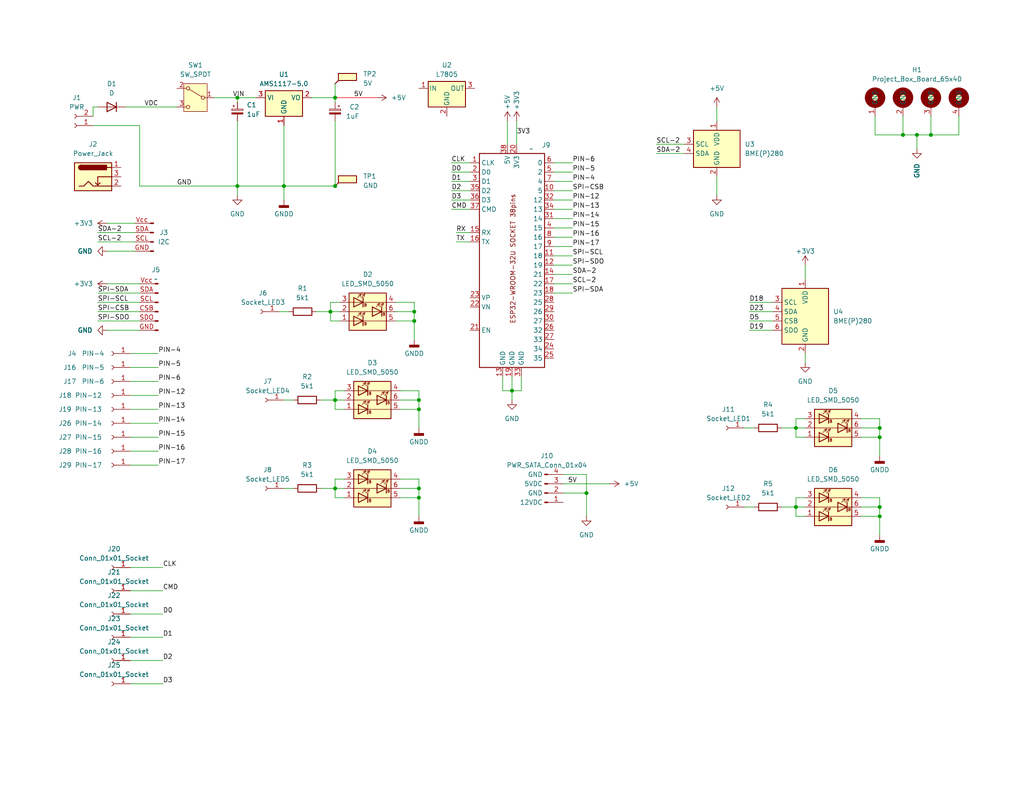
<source format=kicad_sch>
(kicad_sch (version 20231120) (generator "eeschema") (generator_version "8.0")
  (paper "USLetter")
  (title_block (title "ESP32 Sensor Node") (date "2024-07-03") (rev "v2.0") (comment 1 "ESP32-WROOM-32D Adapter"))
  (lib_symbols
    (symbol "+3V3_2" (power) (pin_numbers hide) (pin_names (offset 0) hide)
      (property "Value" "+3V3" (at 0 3.556 0))
      (symbol "+3V3_2_0_1"
        (polyline (pts (xy -0.762 1.27) (xy 0 2.54)))
        (polyline (pts (xy 0 0) (xy 0 2.54)))
        (polyline (pts (xy 0 2.54) (xy 0.762 1.27)))
      )
      (symbol "+3V3_2_1_1"
        (pin power_in line (at 0 0 90) (length 0) (name "~") (number "1"))
      )
    )
    (symbol "+5V_2" (power) (pin_numbers hide) (pin_names (offset 0) hide)
      (property "Value" "+5V" (at 0 3.556 0))
      (symbol "+5V_2_0_1"
        (polyline (pts (xy -0.762 1.27) (xy 0 2.54)))
        (polyline (pts (xy 0 0) (xy 0 2.54)))
        (polyline (pts (xy 0 2.54) (xy 0.762 1.27)))
      )
      (symbol "+5V_2_1_1"
        (pin power_in line (at 0 0 90) (length 0) (name "~") (number "1"))
      )
    )
    (symbol "Alexander Symbol Library:BME(P)280"
      (property "Reference" "U" (at -7.62 10.16 0))
      (property "Value" "BME(P)280" (at 5.08 10.16 0))
      (symbol "BME(P)280_0_1"
        (rectangle (start -7.62 7.62) (end 5.08 -2.54) (stroke (width 0.254)) (fill (type background)))
      )
      (symbol "BME(P)280_1_1"
        (pin power_in line (at -1.27 10.16 270) (length 2.54) (name "VDD") (number "1"))
        (pin power_out line (at -1.27 -5.08 90) (length 2.54) (name "GND") (number "2"))
        (pin input line (at -10.16 3.81 0) (length 2.54) (name "SCL") (number "3"))
        (pin bidirectional line (at -10.16 1.27 0) (length 2.54) (name "SDA") (number "4"))
      )
    )
    (symbol "Alexander Symbol Library:ESP32-WROOM-32U-38pins"
      (property "Reference" "J20" (at 13.6241 62.23 0))
      (property "Value" "~" (at 13.6241 59.69 0))
      (symbol "ESP32-WROOM-32U-38pins_0_1"
        (rectangle (start 0 58.42) (end 17.78 0) (stroke (width 0.254)))
      )
      (symbol "ESP32-WROOM-32U-38pins_1_1"
        (text "ESP32-WROOM-32U SOCKET 38pins" (at 9.144 29.718 900) (effects (font (size 1.27 1.27))))
        (pin input line (at -2.54 55.88 0) (length 2.54) (name "CLK") (number "1"))
        (pin bidirectional line (at 20.32 48.26 180) (length 2.54) (name "5") (number "10"))
        (pin bidirectional line (at 20.32 30.48 180) (length 2.54) (name "18") (number "11"))
        (pin bidirectional line (at 20.32 27.94 180) (length 2.54) (name "19") (number "12"))
        (pin power_out line (at 6.35 -2.54 90) (length 2.54) (name "GND") (number "13"))
        (pin bidirectional line (at 20.32 25.4 180) (length 2.54) (name "21") (number "14"))
        (pin bidirectional line (at -2.54 36.83 0) (length 2.54) (name "RX") (number "15"))
        (pin bidirectional line (at -2.54 34.29 0) (length 2.54) (name "TX") (number "16"))
        (pin bidirectional line (at 20.32 22.86 180) (length 2.54) (name "22") (number "17"))
        (pin bidirectional line (at 20.32 20.32 180) (length 2.54) (name "23") (number "18"))
        (pin power_out line (at 8.89 -2.54 90) (length 2.54) (name "GND") (number "19"))
        (pin bidirectional line (at -2.54 53.34 0) (length 2.54) (name "D0") (number "2"))
        (pin power_in line (at 10.16 60.96 270) (length 2.54) (name "3V3") (number "20"))
        (pin bidirectional line (at -2.54 10.16 0) (length 2.54) (name "EN") (number "21"))
        (pin bidirectional line (at -2.54 16.51 0) (length 2.54) (name "VN") (number "22"))
        (pin bidirectional line (at -2.54 19.05 0) (length 2.54) (name "VP") (number "23"))
        (pin bidirectional line (at 20.32 5.08 180) (length 2.54) (name "34") (number "24"))
        (pin bidirectional line (at 20.32 2.54 180) (length 2.54) (name "35") (number "25"))
        (pin bidirectional line (at 20.32 10.16 180) (length 2.54) (name "32") (number "26"))
        (pin bidirectional line (at 20.32 7.62 180) (length 2.54) (name "33") (number "27"))
        (pin bidirectional line (at 20.32 17.78 180) (length 2.54) (name "25") (number "28"))
        (pin bidirectional line (at 20.32 15.24 180) (length 2.54) (name "26") (number "29"))
        (pin bidirectional line (at -2.54 50.8 0) (length 2.54) (name "D1") (number "3"))
        (pin bidirectional line (at 20.32 12.7 180) (length 2.54) (name "27") (number "30"))
        (pin bidirectional line (at 20.32 40.64 180) (length 2.54) (name "14") (number "31"))
        (pin bidirectional line (at 20.32 45.72 180) (length 2.54) (name "12") (number "32"))
        (pin power_out line (at 11.43 -2.54 90) (length 2.54) (name "GND") (number "33"))
        (pin bidirectional line (at 20.32 43.18 180) (length 2.54) (name "13") (number "34"))
        (pin bidirectional line (at -2.54 48.26 0) (length 2.54) (name "D2") (number "35"))
        (pin bidirectional line (at -2.54 45.72 0) (length 2.54) (name "D3") (number "36"))
        (pin bidirectional line (at -2.54 43.18 0) (length 2.54) (name "CMD") (number "37"))
        (pin power_in line (at 7.62 60.96 270) (length 2.54) (name "5V") (number "38"))
        (pin bidirectional line (at 20.32 38.1 180) (length 2.54) (name "15") (number "4"))
        (pin bidirectional line (at 20.32 53.34 180) (length 2.54) (name "2") (number "5"))
        (pin bidirectional line (at 20.32 55.88 180) (length 2.54) (name "0") (number "6"))
        (pin bidirectional line (at 20.32 50.8 180) (length 2.54) (name "4") (number "7"))
        (pin bidirectional line (at 20.32 35.56 180) (length 2.54) (name "16") (number "8"))
        (pin bidirectional line (at 20.32 33.02 180) (length 2.54) (name "17") (number "9"))
      )
    )
    (symbol "Alexander Symbol Library:LED_SMD_5050" (pin_names hide)
      (property "Reference" "D" (at -5.08 6.35 0))
      (property "Value" "LED_SMD_5050" (at -5.08 -6.35 0))
      (symbol "LED_SMD_5050_0_0"
        (text "B" (at -0.635 -3.3274 0) (effects (font (size 0.762 0.762))))
      )
      (symbol "LED_SMD_5050_0_1"
        (rectangle (start -5.08 5.08) (end 5.08 -5.08) (stroke (width 0.254)) (fill (type background)))
        (polyline (pts (xy -5.08 -2.54) (xy 5.08 -2.54)))
        (polyline (pts (xy -5.08 0) (xy 5.08 0)))
        (polyline (pts (xy -5.08 2.54) (xy 5.08 2.54)))
        (polyline (pts (xy -2.794 -1.27) (xy -1.778 -0.254)))
        (polyline (pts (xy -2.794 3.81) (xy -1.778 4.826)))
        (polyline (pts (xy -1.778 -1.27) (xy -0.762 -0.254)))
        (polyline (pts (xy -1.778 3.81) (xy -0.762 4.826)))
        (polyline (pts (xy -1.27 -1.27) (xy -1.27 -3.81)) (stroke (width 0.254)))
        (polyline (pts (xy -1.27 3.81) (xy -1.27 1.27)) (stroke (width 0.254)))
        (polyline (pts (xy 2.286 1.27) (xy 3.302 2.286)))
        (polyline (pts (xy 3.302 1.27) (xy 4.318 2.286)))
        (polyline (pts (xy 3.81 1.27) (xy 3.81 -1.27)) (stroke (width 0.254)))
        (polyline (pts (xy -2.54 4.572) (xy -1.778 4.826) (xy -2.032 4.064)))
        (polyline (pts (xy -2.032 -1.016) (xy -1.778 -0.254) (xy -2.54 -0.508)))
        (polyline (pts (xy -1.524 -0.508) (xy -0.762 -0.254) (xy -1.016 -1.016)))
        (polyline (pts (xy -1.524 4.572) (xy -0.762 4.826) (xy -1.016 4.064)))
        (polyline (pts (xy 3.048 1.524) (xy 3.302 2.286) (xy 2.54 2.032)))
        (polyline (pts (xy 3.556 2.032) (xy 4.318 2.286) (xy 4.064 1.524)))
        (polyline (pts (xy -3.81 -1.27) (xy -3.81 -3.81) (xy -1.27 -2.54) (xy -3.81 -1.27)) (stroke (width 0.254)))
        (polyline (pts (xy -3.81 3.81) (xy -3.81 1.27) (xy -1.27 2.54) (xy -3.81 3.81)) (stroke (width 0.254)))
        (polyline (pts (xy 1.27 1.27) (xy 1.27 -1.27) (xy 3.81 0) (xy 1.27 1.27)) (stroke (width 0.254)))
      )
      (symbol "LED_SMD_5050_1_0"
        (text "B" (at -0.635 1.8034 0) (effects (font (size 0.762 0.762))))
        (text "B" (at 4.4196 -0.7112 0) (effects (font (size 0.762 0.762))))
      )
      (symbol "LED_SMD_5050_1_1"
        (pin passive line (at -7.62 -2.54 0) (length 2.54) (name "AB") (number "1"))
        (pin passive line (at -7.62 0 0) (length 2.54) (name "KB") (number "2"))
        (pin passive line (at -7.62 2.54 0) (length 2.54) (name "AR") (number "3"))
        (pin passive line (at 7.62 2.54 180) (length 2.54) (name "KR") (number "4"))
        (pin passive line (at 7.62 -2.54 180) (length 2.54) (name "AG") (number "5"))
        (pin passive line (at 7.62 0 180) (length 2.54) (name "KR") (number "6"))
      )
    )
    (symbol "Alexander_Library_Symbols:BME(P)280"
      (property "Reference" "U" (at -7.62 10.16 0))
      (property "Value" "BME(P)280" (at 5.08 10.16 0))
      (symbol "BME(P)280_0_1"
        (rectangle (start -7.62 7.62) (end 5.08 -7.62) (stroke (width 0.254)) (fill (type background)))
      )
      (symbol "BME(P)280_1_1"
        (pin power_in line (at -1.27 10.16 270) (length 2.54) (name "VDD") (number "1"))
        (pin power_out line (at -1.27 -10.16 90) (length 2.54) (name "GND") (number "2"))
        (pin input line (at -10.16 3.81 0) (length 2.54) (name "SCL") (number "3"))
        (pin bidirectional line (at -10.16 1.27 0) (length 2.54) (name "SDA") (number "4"))
        (pin input line (at -10.16 -1.27 0) (length 2.54) (name "CSB") (number "5"))
        (pin input line (at -10.16 -3.81 0) (length 2.54) (name "SDO") (number "6"))
      )
    )
    (symbol "Alexander_Library_Symbols:Conn_I2C_01x04" (pin_names (offset 1.016) hide)
      (property "Reference" "J" (at 0 5.08 0))
      (property "Value" "I2C" (at 0 -7.62 0))
      (symbol "Conn_I2C_01x04_1_1"
        (polyline (pts (xy 1.27 -5.08) (xy 0.8636 -5.08)) (stroke (width 0.1524)))
        (polyline (pts (xy 1.27 -2.54) (xy 0.8636 -2.54)) (stroke (width 0.1524)))
        (polyline (pts (xy 1.27 0) (xy 0.8636 0)) (stroke (width 0.1524)))
        (polyline (pts (xy 1.27 2.54) (xy 0.8636 2.54)) (stroke (width 0.1524)))
        (rectangle (start 0.8636 -4.953) (end 0 -5.207) (stroke (width 0.1524)) (fill (type outline)))
        (rectangle (start 0.8636 -2.413) (end 0 -2.667) (stroke (width 0.1524)) (fill (type outline)))
        (rectangle (start 0.8636 0.127) (end 0 -0.127) (stroke (width 0.1524)) (fill (type outline)))
        (rectangle (start 0.8636 2.667) (end 0 2.413) (stroke (width 0.1524)) (fill (type outline)))
        (pin power_out line (at 5.08 -5.08 180) (length 3.81) (name "GND") (number "GND"))
        (pin bidirectional line (at 5.08 -2.54 180) (length 3.81) (name "SCL") (number "SCL"))
        (pin bidirectional line (at 5.08 0 180) (length 3.81) (name "SDA") (number "SDA"))
        (pin power_in line (at 5.08 2.54 180) (length 3.81) (name "VCC") (number "Vcc"))
      )
    )
    (symbol "Alexander_Library_Symbols:PWR_SATA_Conn_01x04" (pin_names (offset 1.778)) (exclude_from_sim yes)
      (property "Reference" "J" (at 0 -7.62 0))
      (property "Value" "PWR_SATA_Conn_01x04" (at 0 5.08 0))
      (symbol "PWR_SATA_Conn_01x04_1_1"
        (rectangle (start 0 -4.953) (end 0.8636 -5.207) (stroke (width 0.1524)) (fill (type outline)))
        (rectangle (start 0 -2.413) (end 0.8636 -2.667) (stroke (width 0.1524)) (fill (type outline)))
        (polyline (pts (xy 1.27 -5.08) (xy 0.8636 -5.08)) (stroke (width 0.1524)))
        (polyline (pts (xy 1.27 -2.54) (xy 0.8636 -2.54)) (stroke (width 0.1524)))
        (polyline (pts (xy 1.27 0) (xy 0.8636 0)) (stroke (width 0.1524)))
        (polyline (pts (xy 1.27 2.54) (xy 0.8636 2.54)) (stroke (width 0.1524)))
        (rectangle (start 0 0.127) (end 0.8636 -0.127) (stroke (width 0.1524)) (fill (type outline)))
        (rectangle (start 0 2.667) (end 0.8636 2.413) (stroke (width 0.1524)) (fill (type outline)))
        (pin passive line (at 5.08 -5.08 180) (length 3.81) (name "12VDC") (number "1"))
        (pin passive line (at 5.08 -2.54 180) (length 3.81) (name "GND") (number "2"))
        (pin passive line (at 5.08 0 180) (length 3.81) (name "5VDC") (number "3"))
        (pin passive line (at 5.08 2.54 180) (length 3.81) (name "GND") (number "4"))
      )
    )
    (symbol "Alexander_Library_Symbols:Project_Box_Board_65x40"
      (property "Reference" "H" (at 0 7.62 0))
      (property "Value" "Project_Box_Board_65x40" (at 0 5.08 0))
      (symbol "Project_Box_Board_65x40_0_1"
        (circle (center -11.43 -1.27) (radius 1.27) (fill (type background)))
        (circle (center -11.43 -1.27) (radius 1.7961) (stroke (width 2)))
        (circle (center -3.81 -1.27) (radius 1.27) (fill (type background)))
        (circle (center -3.81 -1.27) (radius 1.7961) (stroke (width 2)))
        (circle (center 3.81 -1.27) (radius 1.27) (fill (type background)))
        (circle (center 3.81 -1.27) (radius 1.7961) (stroke (width 2)))
        (circle (center 11.43 -1.27) (radius 1.27) (fill (type background)))
        (circle (center 11.43 -1.27) (radius 1.7961) (stroke (width 2)))
      )
      (symbol "Project_Box_Board_65x40_1_1"
        (pin passive line (at -11.43 -6.35 90) (length 2.54) (name "GND") (number "1"))
        (pin passive line (at -3.81 -6.35 90) (length 2.54) (name "GND") (number "2"))
        (pin passive line (at 3.81 -6.35 90) (length 2.54) (name "GND") (number "3"))
        (pin passive line (at 11.43 -6.35 90) (length 2.54) (name "GND") (number "4"))
      )
    )
    (symbol "Alexander_Library_Symbols:SW_SPDT" (pin_names (offset 0) hide)
      (property "Reference" "SW" (at 0 5.08 0))
      (property "Value" "SW_SPDT" (at 0 -5.08 0))
      (symbol "SW_SPDT_0_1"
        (circle (center -2.032 0) (radius 0.4572))
        (polyline (pts (xy -1.651 0.254) (xy 1.651 2.286)))
        (circle (center 2.032 -2.54) (radius 0.4572))
        (circle (center 2.032 2.54) (radius 0.4572))
      )
      (symbol "SW_SPDT_1_1"
        (rectangle (start -3.175 3.81) (end 3.175 -3.81) (fill (type background)))
        (pin passive line (at -5.08 0 0) (length 2.54) (name "COM") (number "1"))
        (pin passive line (at 5.08 2.54 180) (length 2.54) (name "A") (number "2"))
        (pin passive line (at 5.08 -2.54 180) (length 2.54) (name "B") (number "3"))
      )
    )
    (symbol "Conn_SPI_1" (pin_names hide)
      (property "Reference" "J" (at 0 0 0))
      (symbol "Conn_SPI_1_1_1"
        (polyline (pts (xy 1.27 5.08) (xy 0.8636 5.08)) (stroke (width 0.1524)))
        (polyline (pts (xy 1.27 7.62) (xy 0.8636 7.62)) (stroke (width 0.1524)))
        (polyline (pts (xy 1.27 10.16) (xy 0.8636 10.16)) (stroke (width 0.1524)))
        (polyline (pts (xy 1.27 12.7) (xy 0.8636 12.7)) (stroke (width 0.1524)))
        (polyline (pts (xy 1.27 15.24) (xy 0.8636 15.24)) (stroke (width 0.1524)))
        (polyline (pts (xy 1.27 17.78) (xy 0.8636 17.78)) (stroke (width 0.1524)))
        (rectangle (start 0 10.287) (end 0.8636 10.033) (stroke (width 0.1524)) (fill (type outline)))
        (rectangle (start 0 12.827) (end 0.8636 12.573) (stroke (width 0.1524)) (fill (type outline)))
        (rectangle (start 0.8636 5.207) (end 0 4.953) (stroke (width 0.1524)) (fill (type outline)))
        (rectangle (start 0.8636 7.747) (end 0 7.493) (stroke (width 0.1524)) (fill (type outline)))
        (rectangle (start 0.8636 15.367) (end 0 15.113) (stroke (width 0.1524)) (fill (type outline)))
        (rectangle (start 0.8636 17.907) (end 0 17.653) (stroke (width 0.1524)) (fill (type outline)))
        (pin bidirectional line (at 5.08 10.16 180) (length 3.81) (name "CSB") (number "CSB"))
        (pin power_out line (at 5.08 5.08 180) (length 3.81) (name "GND") (number "GND"))
        (pin bidirectional line (at 5.08 12.7 180) (length 3.81) (name "SCL") (number "SCL"))
        (pin bidirectional line (at 5.08 15.24 180) (length 3.81) (name "SDA") (number "SDA"))
        (pin bidirectional line (at 5.08 7.62 180) (length 3.81) (name "SDO") (number "SDO"))
        (pin power_in line (at 5.08 17.78 180) (length 3.81) (name "VCC") (number "Vcc"))
      )
    )
    (symbol "Connector:Barrel_Jack_Switch" (pin_names hide)
      (property "Reference" "J" (at 0 5.334 0))
      (property "Value" "Barrel_Jack_Switch" (at 0 -5.08 0))
      (symbol "Barrel_Jack_Switch_0_1"
        (rectangle (start -5.08 3.81) (end 5.08 -3.81) (stroke (width 0.254)) (fill (type background)))
        (arc (start -3.302 3.175) (mid -3.9343 2.54) (end -3.302 1.905) (stroke (width 0.254)))
        (arc (start -3.302 3.175) (mid -3.9343 2.54) (end -3.302 1.905) (stroke (width 0.254)) (fill (type outline)))
        (polyline (pts (xy 1.27 -2.286) (xy 1.905 -1.651)) (stroke (width 0.254)))
        (polyline (pts (xy 5.08 2.54) (xy 3.81 2.54)) (stroke (width 0.254)))
        (polyline (pts (xy 5.08 0) (xy 1.27 0) (xy 1.27 -2.286) (xy 0.635 -1.651)) (stroke (width 0.254)))
        (polyline (pts (xy -3.81 -2.54) (xy -2.54 -2.54) (xy -1.27 -1.27) (xy 0 -2.54) (xy 2.54 -2.54) (xy 5.08 -2.54)) (stroke (width 0.254)))
        (rectangle (start 3.683 3.175) (end -3.302 1.905) (stroke (width 0.254)) (fill (type outline)))
      )
      (symbol "Barrel_Jack_Switch_1_1"
        (pin passive line (at 7.62 2.54 180) (length 2.54) (name "~") (number "1"))
        (pin passive line (at 7.62 -2.54 180) (length 2.54) (name "~") (number "2"))
        (pin passive line (at 7.62 0 180) (length 2.54) (name "~") (number "3"))
      )
    )
    (symbol "Connector:Conn_01x01_Socket" (pin_names (offset 1.016) hide)
      (property "Reference" "J" (at 0 2.54 0))
      (property "Value" "Conn_01x01_Socket" (at 0 -2.54 0))
      (symbol "Conn_01x01_Socket_1_1"
        (polyline (pts (xy -1.27 0) (xy -0.508 0)) (stroke (width 0.1524)))
        (arc (start 0 0.508) (mid -0.5058 0) (end 0 -0.508) (stroke (width 0.1524)))
        (pin passive line (at -5.08 0 0) (length 3.81) (name "Pin_1") (number "1"))
      )
    )
    (symbol "Connector:Conn_01x02_Socket" (pin_names (offset 1.016) hide)
      (property "Reference" "J" (at 0 2.54 0))
      (property "Value" "Conn_01x02_Socket" (at 0 -5.08 0))
      (symbol "Conn_01x02_Socket_1_1"
        (arc (start 0 -2.032) (mid -0.5058 -2.54) (end 0 -3.048) (stroke (width 0.1524)))
        (polyline (pts (xy -1.27 -2.54) (xy -0.508 -2.54)) (stroke (width 0.1524)))
        (polyline (pts (xy -1.27 0) (xy -0.508 0)) (stroke (width 0.1524)))
        (arc (start 0 0.508) (mid -0.5058 0) (end 0 -0.508) (stroke (width 0.1524)))
        (pin passive line (at -5.08 0 0) (length 3.81) (name "Pin_1") (number "1"))
        (pin passive line (at -5.08 -2.54 0) (length 3.81) (name "Pin_2") (number "2"))
      )
    )
    (symbol "Connector:TestPoint_Flag" (pin_numbers hide) (pin_names (offset 0.762) hide)
      (property "Reference" "TP" (at 3.429 1.778 0))
      (property "Value" "TestPoint_Flag" (at 3.302 4.191 0))
      (symbol "TestPoint_Flag_0_1"
        (polyline (pts (xy 0 0) (xy 0.889 0.889)) (stroke (width 0.254)))
        (rectangle (start 0.889 2.794) (end 5.842 0.889) (stroke (width 0.254)) (fill (type background)))
      )
      (symbol "TestPoint_Flag_1_1"
        (pin passive line (at 0 0 90) (length 0) (name "1") (number "1"))
      )
    )
    (symbol "Device:C_Polarized_Small" (pin_numbers hide) (pin_names (offset 0.254) hide)
      (property "Reference" "C" (at 0.254 1.778 0))
      (property "Value" "C_Polarized_Small" (at 0.254 -2.032 0))
      (symbol "C_Polarized_Small_0_1"
        (rectangle (start -1.524 -0.3048) (end 1.524 -0.6858) (fill (type outline)))
        (rectangle (start -1.524 0.6858) (end 1.524 0.3048))
        (polyline (pts (xy -1.27 1.524) (xy -0.762 1.524)))
        (polyline (pts (xy -1.016 1.27) (xy -1.016 1.778)))
      )
      (symbol "C_Polarized_Small_1_1"
        (pin passive line (at 0 2.54 270) (length 1.8542) (name "~") (number "1"))
        (pin passive line (at 0 -2.54 90) (length 1.8542) (name "~") (number "2"))
      )
    )
    (symbol "Device:D" (pin_numbers hide) (pin_names (offset 1.016) hide)
      (property "Reference" "D" (at 0 2.54 0))
      (property "Value" "D" (at 0 -2.54 0))
      (symbol "D_0_1"
        (polyline (pts (xy -1.27 1.27) (xy -1.27 -1.27)) (stroke (width 0.254)))
        (polyline (pts (xy 1.27 0) (xy -1.27 0)))
        (polyline (pts (xy 1.27 1.27) (xy 1.27 -1.27) (xy -1.27 0) (xy 1.27 1.27)) (stroke (width 0.254)))
      )
      (symbol "D_1_1"
        (pin passive line (at -3.81 0 0) (length 2.54) (name "K") (number "1"))
        (pin passive line (at 3.81 0 180) (length 2.54) (name "A") (number "2"))
      )
    )
    (symbol "Device:R" (pin_numbers hide) (pin_names (offset 0))
      (property "Reference" "R" (at 2.032 0 90))
      (property "Value" "R" (at 0 0 90))
      (symbol "R_0_1"
        (rectangle (start -1.016 -2.54) (end 1.016 2.54) (stroke (width 0.254)))
      )
      (symbol "R_1_1"
        (pin passive line (at 0 3.81 270) (length 1.27) (name "~") (number "1"))
        (pin passive line (at 0 -3.81 90) (length 1.27) (name "~") (number "2"))
      )
    )
    (symbol "GND_7" (power) (pin_numbers hide) (pin_names (offset 0) hide)
      (property "Value" "GND" (at 0 -3.81 0))
      (symbol "GND_7_0_1"
        (polyline (pts (xy 0 0) (xy 0 -1.27) (xy 1.27 -1.27) (xy 0 -2.54) (xy -1.27 -1.27) (xy 0 -1.27)))
      )
      (symbol "GND_7_1_1"
        (pin power_in line (at 0 0 270) (length 0) (name "~") (number "1"))
      )
    )
    (symbol "Regulator_Linear:AMS1117-5.0"
      (property "Reference" "U" (at -3.81 3.175 0))
      (property "Value" "AMS1117-5.0" (at 0 3.175 0))
      (symbol "AMS1117-5.0_0_1"
        (rectangle (start -5.08 -5.08) (end 5.08 1.905) (stroke (width 0.254)) (fill (type background)))
      )
      (symbol "AMS1117-5.0_1_1"
        (pin power_in line (at 0 -7.62 90) (length 2.54) (name "GND") (number "1"))
        (pin power_out line (at 7.62 0 180) (length 2.54) (name "VO") (number "2"))
        (pin power_in line (at -7.62 0 0) (length 2.54) (name "VI") (number "3"))
      )
    )
    (symbol "Regulator_Linear:L7805" (pin_names (offset 0.254))
      (property "Reference" "U4" (at 0 6.35 0))
      (property "Value" "L7805" (at 0 3.81 0))
      (symbol "L7805_0_1"
        (rectangle (start -5.08 1.905) (end 5.08 -5.08) (stroke (width 0.254)) (fill (type background)))
      )
      (symbol "L7805_1_1"
        (pin power_in line (at -7.62 0 0) (length 2.54) (name "IN") (number "1"))
        (pin power_in line (at 0 -7.62 90) (length 2.54) (name "GND") (number "2"))
        (pin power_out line (at 7.62 0 180) (length 2.54) (name "OUT") (number "3"))
      )
    )
    (symbol "power:+3V3" (power) (pin_names (offset 0))
      (property "Value" "+3V3" (at 0 3.556 0))
      (symbol "+3V3_0_1"
        (polyline (pts (xy -0.762 1.27) (xy 0 2.54)))
        (polyline (pts (xy 0 0) (xy 0 2.54)))
        (polyline (pts (xy 0 2.54) (xy 0.762 1.27)))
      )
      (symbol "+3V3_1_1"
        (pin power_in line (at 0 0 90) (length 0) hide (name "+3V3") (number "1"))
      )
    )
    (symbol "power:GND" (power) (pin_names (offset 0))
      (property "Value" "GND" (at 0 -3.81 0))
      (symbol "GND_0_1"
        (polyline (pts (xy 0 0) (xy 0 -1.27) (xy 1.27 -1.27) (xy 0 -2.54) (xy -1.27 -1.27) (xy 0 -1.27)))
      )
      (symbol "GND_1_1"
        (pin power_in line (at 0 0 270) (length 0) hide (name "GND") (number "1"))
      )
    )
    (symbol "power:GNDD" (power) (pin_numbers hide) (pin_names (offset 0) hide)
      (property "Value" "GNDD" (at 0 -3.175 0))
      (symbol "GNDD_0_1"
        (rectangle (start -1.27 -1.524) (end 1.27 -2.032) (stroke (width 0.254)) (fill (type outline)))
        (polyline (pts (xy 0 0) (xy 0 -1.524)))
      )
      (symbol "GNDD_1_1"
        (pin power_in line (at 0 0 270) (length 0) (name "~") (number "1"))
      )
    )
  )
  (junction (at 114.3 133.35))
  (junction (at 91.44 133.35))
  (junction (at 240.03 140.97))
  (junction (at 90.17 85.09))
  (junction (at 246.38 36.83))
  (junction (at 240.03 116.84))
  (junction (at 113.03 87.63))
  (junction (at 114.3 135.89))
  (junction (at 77.47 50.8))
  (junction (at 139.7 106.68))
  (junction (at 240.03 138.43))
  (junction (at 91.44 50.8))
  (junction (at 91.44 26.67))
  (junction (at 240.03 119.38))
  (junction (at 114.3 111.76))
  (junction (at 114.3 109.22))
  (junction (at 64.77 50.8))
  (junction (at 160.02 134.62))
  (junction (at 113.03 85.09))
  (junction (at 254 36.83))
  (junction (at 217.17 116.84))
  (junction (at 250.19 36.83))
  (junction (at 91.44 109.22))
  (junction (at 64.77 26.67))
  (junction (at 217.17 138.43))
  (wire (pts (xy 234.95 119.38) (xy 240.03 119.38)))
  (wire (pts (xy 217.17 138.43) (xy 219.71 138.43)))
  (wire (pts (xy 151.13 52.07) (xy 156.21 52.07)))
  (wire (pts (xy 77.47 50.8) (xy 77.47 34.29)))
  (wire (pts (xy 26.67 63.5) (xy 36.83 63.5)))
  (wire (pts (xy 114.3 130.81) (xy 114.3 133.35)))
  (wire (pts (xy 137.16 102.87) (xy 137.16 106.68)))
  (wire (pts (xy 240.03 114.3) (xy 240.03 116.84)))
  (wire (pts (xy 86.36 85.09) (xy 90.17 85.09)))
  (wire (pts (xy 90.17 82.55) (xy 92.71 82.55)))
  (wire (pts (xy 35.56 127) (xy 43.18 127)))
  (wire (pts (xy 217.17 116.84) (xy 217.17 114.3)))
  (wire (pts (xy 151.13 46.99) (xy 156.21 46.99)))
  (wire (pts (xy 219.71 119.38) (xy 217.17 119.38)))
  (wire (pts (xy 204.47 82.55) (xy 210.82 82.55)))
  (wire (pts (xy 238.76 31.75) (xy 238.76 36.83)))
  (wire (pts (xy 234.95 135.89) (xy 240.03 135.89)))
  (wire (pts (xy 160.02 134.62) (xy 160.02 140.97)))
  (wire (pts (xy 217.17 138.43) (xy 217.17 135.89)))
  (wire (pts (xy 153.67 129.54) (xy 160.02 129.54)))
  (wire (pts (xy 35.56 100.33) (xy 43.18 100.33)))
  (wire (pts (xy 35.56 186.69) (xy 44.45 186.69)))
  (wire (pts (xy 240.03 116.84) (xy 240.03 119.38)))
  (wire (pts (xy 35.56 180.34) (xy 44.45 180.34)))
  (wire (pts (xy 92.71 87.63) (xy 90.17 87.63)))
  (wire (pts (xy 91.44 109.22) (xy 93.98 109.22)))
  (wire (pts (xy 29.21 68.58) (xy 36.83 68.58)))
  (wire (pts (xy 29.21 90.17) (xy 38.1 90.17)))
  (wire (pts (xy 139.7 102.87) (xy 139.7 106.68)))
  (wire (pts (xy 151.13 44.45) (xy 156.21 44.45)))
  (wire (pts (xy 90.17 85.09) (xy 90.17 82.55)))
  (wire (pts (xy 123.19 49.53) (xy 128.27 49.53)))
  (wire (pts (xy 35.56 107.95) (xy 43.18 107.95)))
  (wire (pts (xy 151.13 54.61) (xy 156.21 54.61)))
  (wire (pts (xy 151.13 77.47) (xy 156.21 77.47)))
  (wire (pts (xy 107.95 85.09) (xy 113.03 85.09)))
  (wire (pts (xy 195.58 29.21) (xy 195.58 33.02)))
  (wire (pts (xy 137.16 106.68) (xy 139.7 106.68)))
  (wire (pts (xy 250.19 40.64) (xy 250.19 36.83)))
  (wire (pts (xy 114.3 133.35) (xy 114.3 135.89)))
  (wire (pts (xy 151.13 62.23) (xy 156.21 62.23)))
  (wire (pts (xy 26.67 80.01) (xy 38.1 80.01)))
  (wire (pts (xy 204.47 87.63) (xy 210.82 87.63)))
  (wire (pts (xy 151.13 59.69) (xy 156.21 59.69)))
  (wire (pts (xy 91.44 26.67) (xy 91.44 27.94)))
  (wire (pts (xy 90.17 85.09) (xy 92.71 85.09)))
  (wire (pts (xy 240.03 135.89) (xy 240.03 138.43)))
  (wire (pts (xy 203.2 138.43) (xy 205.74 138.43)))
  (wire (pts (xy 64.77 26.67) (xy 69.85 26.67)))
  (wire (pts (xy 151.13 80.01) (xy 156.21 80.01)))
  (wire (pts (xy 35.56 167.64) (xy 44.45 167.64)))
  (wire (pts (xy 234.95 138.43) (xy 240.03 138.43)))
  (wire (pts (xy 123.19 44.45) (xy 128.27 44.45)))
  (wire (pts (xy 114.3 109.22) (xy 114.3 111.76)))
  (wire (pts (xy 107.95 87.63) (xy 113.03 87.63)))
  (wire (pts (xy 25.4 34.29) (xy 38.1 34.29)))
  (wire (pts (xy 151.13 49.53) (xy 156.21 49.53)))
  (wire (pts (xy 109.22 130.81) (xy 114.3 130.81)))
  (wire (pts (xy 151.13 72.39) (xy 156.21 72.39)))
  (wire (pts (xy 124.46 63.5) (xy 128.27 63.5)))
  (wire (pts (xy 113.03 87.63) (xy 113.03 92.71)))
  (wire (pts (xy 93.98 111.76) (xy 91.44 111.76)))
  (wire (pts (xy 179.07 39.37) (xy 186.69 39.37)))
  (wire (pts (xy 109.22 133.35) (xy 114.3 133.35)))
  (wire (pts (xy 29.21 60.96) (xy 36.83 60.96)))
  (wire (pts (xy 139.7 106.68) (xy 139.7 109.22)))
  (wire (pts (xy 261.62 31.75) (xy 261.62 36.83)))
  (wire (pts (xy 85.09 26.67) (xy 91.44 26.67)))
  (wire (pts (xy 107.95 82.55) (xy 113.03 82.55)))
  (wire (pts (xy 26.67 82.55) (xy 38.1 82.55)))
  (wire (pts (xy 217.17 135.89) (xy 219.71 135.89)))
  (wire (pts (xy 246.38 36.83) (xy 250.19 36.83)))
  (wire (pts (xy 238.76 36.83) (xy 246.38 36.83)))
  (wire (pts (xy 91.44 135.89) (xy 91.44 133.35)))
  (wire (pts (xy 64.77 50.8) (xy 77.47 50.8)))
  (wire (pts (xy 123.19 46.99) (xy 128.27 46.99)))
  (wire (pts (xy 25.4 31.75) (xy 25.4 29.21)))
  (wire (pts (xy 254 31.75) (xy 254 36.83)))
  (wire (pts (xy 151.13 69.85) (xy 156.21 69.85)))
  (wire (pts (xy 113.03 85.09) (xy 113.03 87.63)))
  (wire (pts (xy 91.44 26.67) (xy 102.87 26.67)) (stroke (width 0) (color 255 0 0 1)))
  (wire (pts (xy 217.17 114.3) (xy 219.71 114.3)))
  (wire (pts (xy 35.56 123.19) (xy 43.18 123.19)))
  (wire (pts (xy 217.17 140.97) (xy 217.17 138.43)))
  (wire (pts (xy 204.47 90.17) (xy 210.82 90.17)))
  (wire (pts (xy 240.03 140.97) (xy 240.03 146.05)))
  (wire (pts (xy 234.95 114.3) (xy 240.03 114.3)))
  (wire (pts (xy 219.71 140.97) (xy 217.17 140.97)))
  (wire (pts (xy 26.67 87.63) (xy 38.1 87.63)))
  (wire (pts (xy 34.29 29.21) (xy 48.26 29.21)))
  (wire (pts (xy 195.58 48.26) (xy 195.58 53.34)))
  (wire (pts (xy 76.2 85.09) (xy 78.74 85.09)))
  (wire (pts (xy 151.13 57.15) (xy 156.21 57.15)))
  (wire (pts (xy 58.42 26.67) (xy 64.77 26.67)))
  (wire (pts (xy 91.44 133.35) (xy 91.44 130.81)))
  (wire (pts (xy 240.03 119.38) (xy 240.03 124.46)))
  (wire (pts (xy 35.56 154.94) (xy 44.45 154.94)))
  (wire (pts (xy 142.24 106.68) (xy 139.7 106.68)))
  (wire (pts (xy 151.13 64.77) (xy 156.21 64.77)))
  (wire (pts (xy 109.22 135.89) (xy 114.3 135.89)))
  (wire (pts (xy 91.44 109.22) (xy 91.44 106.68)))
  (wire (pts (xy 153.67 134.62) (xy 160.02 134.62)))
  (wire (pts (xy 91.44 33.02) (xy 91.44 50.8)))
  (wire (pts (xy 91.44 22.86) (xy 91.44 26.67)))
  (wire (pts (xy 204.47 85.09) (xy 210.82 85.09)))
  (wire (pts (xy 160.02 129.54) (xy 160.02 134.62)))
  (wire (pts (xy 246.38 31.75) (xy 246.38 36.83)))
  (wire (pts (xy 213.36 116.84) (xy 217.17 116.84)))
  (wire (pts (xy 35.56 119.38) (xy 43.18 119.38)))
  (wire (pts (xy 261.62 36.83) (xy 254 36.83)))
  (wire (pts (xy 64.77 27.94) (xy 64.77 26.67)))
  (wire (pts (xy 217.17 119.38) (xy 217.17 116.84)))
  (wire (pts (xy 109.22 106.68) (xy 114.3 106.68)))
  (wire (pts (xy 64.77 53.34) (xy 64.77 50.8)))
  (wire (pts (xy 87.63 109.22) (xy 91.44 109.22)))
  (wire (pts (xy 77.47 50.8) (xy 77.47 54.61)))
  (wire (pts (xy 153.67 132.08) (xy 166.37 132.08)))
  (wire (pts (xy 124.46 66.04) (xy 128.27 66.04)))
  (wire (pts (xy 203.2 116.84) (xy 205.74 116.84)))
  (wire (pts (xy 77.47 109.22) (xy 80.01 109.22)))
  (wire (pts (xy 138.43 33.02) (xy 138.43 39.37)))
  (wire (pts (xy 77.47 133.35) (xy 80.01 133.35)))
  (wire (pts (xy 240.03 138.43) (xy 240.03 140.97)))
  (wire (pts (xy 87.63 133.35) (xy 91.44 133.35)))
  (wire (pts (xy 25.4 29.21) (xy 26.67 29.21)))
  (wire (pts (xy 91.44 111.76) (xy 91.44 109.22)))
  (wire (pts (xy 219.71 96.52) (xy 219.71 99.06)))
  (wire (pts (xy 91.44 50.8) (xy 77.47 50.8)))
  (wire (pts (xy 234.95 116.84) (xy 240.03 116.84)))
  (wire (pts (xy 38.1 34.29) (xy 38.1 50.8)))
  (wire (pts (xy 123.19 52.07) (xy 128.27 52.07)))
  (wire (pts (xy 151.13 74.93) (xy 156.21 74.93)))
  (wire (pts (xy 90.17 87.63) (xy 90.17 85.09)))
  (wire (pts (xy 91.44 133.35) (xy 93.98 133.35)))
  (wire (pts (xy 35.56 161.29) (xy 44.45 161.29)))
  (wire (pts (xy 93.98 135.89) (xy 91.44 135.89)))
  (wire (pts (xy 123.19 54.61) (xy 128.27 54.61)))
  (wire (pts (xy 151.13 67.31) (xy 156.21 67.31)))
  (wire (pts (xy 114.3 106.68) (xy 114.3 109.22)))
  (wire (pts (xy 219.71 72.39) (xy 219.71 76.2)))
  (wire (pts (xy 213.36 138.43) (xy 217.17 138.43)))
  (wire (pts (xy 35.56 173.99) (xy 44.45 173.99)))
  (wire (pts (xy 114.3 135.89) (xy 114.3 140.97)))
  (wire (pts (xy 113.03 82.55) (xy 113.03 85.09)))
  (wire (pts (xy 114.3 111.76) (xy 114.3 116.84)))
  (wire (pts (xy 109.22 111.76) (xy 114.3 111.76)))
  (wire (pts (xy 234.95 140.97) (xy 240.03 140.97)))
  (wire (pts (xy 142.24 102.87) (xy 142.24 106.68)))
  (wire (pts (xy 26.67 66.04) (xy 36.83 66.04)))
  (wire (pts (xy 35.56 96.52) (xy 43.18 96.52)))
  (wire (pts (xy 179.07 41.91) (xy 186.69 41.91)))
  (wire (pts (xy 35.56 111.76) (xy 43.18 111.76)))
  (wire (pts (xy 91.44 106.68) (xy 93.98 106.68)))
  (wire (pts (xy 29.21 77.47) (xy 38.1 77.47)))
  (wire (pts (xy 217.17 116.84) (xy 219.71 116.84)))
  (wire (pts (xy 91.44 130.81) (xy 93.98 130.81)))
  (wire (pts (xy 38.1 50.8) (xy 64.77 50.8)))
  (wire (pts (xy 140.97 33.02) (xy 140.97 39.37)))
  (wire (pts (xy 109.22 109.22) (xy 114.3 109.22)))
  (wire (pts (xy 35.56 115.57) (xy 43.18 115.57)))
  (wire (pts (xy 123.19 57.15) (xy 128.27 57.15)))
  (wire (pts (xy 254 36.83) (xy 250.19 36.83)))
  (wire (pts (xy 26.67 85.09) (xy 38.1 85.09)))
  (wire (pts (xy 64.77 33.02) (xy 64.77 50.8)))
  (wire (pts (xy 35.56 104.14) (xy 43.18 104.14)))
  (label "PIN-17" (at 43.18 127 0))
  (label "D1" (at 44.45 173.99 0))
  (label "PIN-15" (at 43.18 119.38 0))
  (label "D18" (at 204.47 82.55 0))
  (label "D23" (at 204.47 85.09 0))
  (label "RX" (at 124.46 63.5 0))
  (label "SDA-2" (at 26.67 63.5 0))
  (label "CLK" (at 123.19 44.45 0))
  (label "PIN-5" (at 156.21 46.99 0))
  (label "SDA-2" (at 179.07 41.91 0))
  (label "VDC" (at 39.37 29.21 0))
  (label "D5" (at 204.47 87.63 0))
  (label "PIN-13" (at 156.21 57.15 0))
  (label "D1" (at 123.19 49.53 0))
  (label "SPI-CSB" (at 156.21 52.07 0))
  (label "3V3" (at 140.97 36.83 0))
  (label "SCL-2" (at 26.67 66.04 0))
  (label "SCL-2" (at 156.21 77.47 0))
  (label "SPI-SDO" (at 26.67 87.63 0))
  (label "PIN-16" (at 156.21 64.77 0))
  (label "PIN-4" (at 43.18 96.52 0))
  (label "SDA-2" (at 156.21 74.93 0))
  (label "SPI-SDA" (at 26.67 80.01 0))
  (label "PIN-16" (at 43.18 123.19 0))
  (label "PIN-6" (at 43.18 104.14 0))
  (label "GND" (at 48.26 50.8 0))
  (label "SPI-SDO" (at 156.21 72.39 0))
  (label "5V" (at 154.94 132.08 0))
  (label "PIN-4" (at 156.21 49.53 0))
  (label "SPI-SCL" (at 26.67 82.55 0))
  (label "5V" (at 96.52 26.67 0))
  (label "VIN" (at 63.5 26.67 0))
  (label "D2" (at 123.19 52.07 0))
  (label "D3" (at 123.19 54.61 0))
  (label "PIN-14" (at 43.18 115.57 0))
  (label "PIN-12" (at 43.18 107.95 0))
  (label "D0" (at 44.45 167.64 0))
  (label "SPI-SCL" (at 156.21 69.85 0))
  (label "D0" (at 123.19 46.99 0))
  (label "D19" (at 204.47 90.17 0))
  (label "SPI-SDA" (at 156.21 80.01 0))
  (label "SPI-CSB" (at 26.67 85.09 0))
  (label "PIN-6" (at 156.21 44.45 0))
  (label "PIN-15" (at 156.21 62.23 0))
  (label "PIN-14" (at 156.21 59.69 0))
  (label "CLK" (at 44.45 154.94 0))
  (label "PIN-5" (at 43.18 100.33 0))
  (label "D3" (at 44.45 186.69 0))
  (label "PIN-13" (at 43.18 111.76 0))
  (label "SCL-2" (at 179.07 39.37 0))
  (label "D2" (at 44.45 180.34 0))
  (label "PIN-12" (at 156.21 54.61 0))
  (label "TX" (at 124.46 66.04 0))
  (label "PIN-17" (at 156.21 67.31 0))
  (label "CMD" (at 123.19 57.15 0))
  (label "CMD" (at 44.45 161.29 0))
  (symbol (lib_id "Connector:Conn_01x01_Socket") (at 30.48 161.29 180) (unit 1)
    (property "Reference" "J21" (at 31.115 156.21 0))
    (property "Value" "Conn_01x01_Socket" (at 31.115 158.75 0))
    (property "Footprint" "Alexander Footprint Library:TestPoint_D2.5mm" (effects (hide yes)))
    (property "Description" "Generic connector, single row, 01x01, script generated" (effects (hide yes)))
  )
  (symbol (lib_id "Connector:Conn_01x01_Socket") (at 30.48 104.14 180) (unit 1)
    (property "Reference" "J17" (at 19.05 104.14 0))
    (property "Value" "PIN-6" (at 25.4 104.14 0))
    (property "Footprint" "Alexander Footprint Library:TestPoint_D2.5mm" (effects (hide yes)))
    (property "Description" "Generic connector, single row, 01x01, script generated" (effects (hide yes)))
  )
  (symbol (lib_id "Connector:Conn_01x01_Socket") (at 71.12 85.09 180) (unit 1)
    (property "Reference" "J6" (at 71.755 80.01 0))
    (property "Value" "Socket_LED3" (at 71.755 82.55 0))
    (property "Footprint" "Connector_PinHeader_2.54mm:PinHeader_1x01_P2.54mm_Vertical" (effects (hide yes)))
    (property "Description" "Generic connector, single row, 01x01, script generated" (effects (hide yes)))
  )
  (symbol (lib_id "power:GND") (at 219.71 99.06 0) (unit 1)
    (property "Reference" "#PWR020" (effects (hide yes)))
    (property "Value" "GND" (at 219.71 104.14 0))
  )
  (symbol (lib_id "Connector:Conn_01x01_Socket") (at 30.48 154.94 180) (unit 1)
    (property "Reference" "J20" (at 31.115 149.86 0))
    (property "Value" "Conn_01x01_Socket" (at 31.115 152.4 0))
    (property "Footprint" "Alexander Footprint Library:TestPoint_D2.5mm" (effects (hide yes)))
    (property "Description" "Generic connector, single row, 01x01, script generated" (effects (hide yes)))
  )
  (symbol (lib_name "+5V_2") (lib_id "power:+5V") (at 102.87 26.67 270) (unit 1)
    (property "Reference" "#PWR08" (effects (hide yes)))
    (property "Value" "+5V" (at 106.68 26.6699 90) (effects (justify left)))
    (property "Description" "Power symbol creates a global label with name \"+5V\"" (effects (hide yes)))
  )
  (symbol (lib_name "Conn_SPI_1") (lib_id "Alexander Symbol Library:Conn_SPI") (at 43.18 95.25 0) (mirror y) (unit 1)
    (property "Reference" "J5" (at 42.545 73.66 0))
    (property "Value" "~" (at 42.545 76.2 0))
    (property "Footprint" "Alexander Footprint Library:Conn_SPI" (effects (hide yes)))
  )
  (symbol (lib_id "Connector:Conn_01x02_Socket") (at 20.32 34.29 180) (unit 1)
    (property "Reference" "J1" (at 20.955 26.67 0))
    (property "Value" "PWR" (at 20.955 29.21 0))
    (property "Footprint" "Alexander Footprint Library:PinSocket_1x02_P2.54" (effects (hide yes)))
  )
  (symbol (lib_id "Connector:Conn_01x01_Socket") (at 30.48 100.33 180) (unit 1)
    (property "Reference" "J16" (at 19.05 100.33 0))
    (property "Value" "PIN-5" (at 25.4 100.33 0))
    (property "Footprint" "Alexander Footprint Library:TestPoint_D2.5mm" (effects (hide yes)))
    (property "Description" "Generic connector, single row, 01x01, script generated" (effects (hide yes)))
  )
  (symbol (lib_id "Device:D") (at 30.48 29.21 180) (unit 1)
    (property "Reference" "D1" (at 30.48 22.86 0))
    (property "Value" "D" (at 30.48 25.4 0))
    (property "Footprint" "Diode_SMD:D_1210_3225Metric" (effects (hide yes)))
    (property "Description" "Diode" (effects (hide yes)))
    (property "Sim.Device" "D" (effects (hide yes)))
    (property "Sim.Pins" "1=K 2=A" (effects (hide yes)))
  )
  (symbol (lib_id "Connector:Conn_01x01_Socket") (at 72.39 133.35 180) (unit 1)
    (property "Reference" "J8" (at 73.025 128.27 0))
    (property "Value" "Socket_LED5" (at 73.025 130.81 0))
    (property "Footprint" "Connector_PinHeader_2.54mm:PinHeader_1x01_P2.54mm_Vertical" (effects (hide yes)))
    (property "Description" "Generic connector, single row, 01x01, script generated" (effects (hide yes)))
  )
  (symbol (lib_id "Device:R") (at 82.55 85.09 270) (unit 1)
    (property "Reference" "R1" (at 82.55 78.74 90))
    (property "Value" "5k1" (at 82.55 81.28 90))
    (property "Footprint" "Resistor_SMD:R_1206_3216Metric_Pad1.30x1.75mm_HandSolder" (effects (hide yes)))
    (property "Description" "Resistor" (effects (hide yes)))
  )
  (symbol (lib_id "Connector:Conn_01x01_Socket") (at 198.12 138.43 180) (unit 1)
    (property "Reference" "J12" (at 198.755 133.35 0))
    (property "Value" "Socket_LED2" (at 198.755 135.89 0))
    (property "Footprint" "Connector_PinHeader_2.54mm:PinHeader_1x01_P2.54mm_Vertical" (effects (hide yes)))
    (property "Description" "Generic connector, single row, 01x01, script generated" (effects (hide yes)))
  )
  (symbol (lib_id "power:GND") (at 29.21 68.58 270) (unit 1)
    (property "Reference" "#PWR02" (effects (hide yes)))
    (property "Value" "GND" (at 25.4 68.58 90) (effects (font (bold yes)) (justify right)))
  )
  (symbol (lib_id "power:GNDD") (at 77.47 54.61 0) (unit 1)
    (property "Reference" "#PWR07" (effects (hide yes)))
    (property "Value" "GNDD" (at 77.47 58.42 0))
    (property "Description" "Power symbol creates a global label with name \"GNDD\" , digital ground" (effects (hide yes)))
  )
  (symbol (lib_id "Connector:Conn_01x01_Socket") (at 30.48 115.57 180) (unit 1)
    (property "Reference" "J26" (at 17.78 115.57 0))
    (property "Value" "PIN-14" (at 24.13 115.57 0))
    (property "Footprint" "Alexander Footprint Library:TestPoint_D2.5mm" (effects (hide yes)))
    (property "Description" "Generic connector, single row, 01x01, script generated" (effects (hide yes)))
  )
  (symbol (lib_id "power:GNDD") (at 113.03 92.71 0) (unit 1)
    (property "Reference" "#PWR09" (effects (hide yes)))
    (property "Value" "GNDD" (at 113.03 96.52 0))
    (property "Description" "Power symbol creates a global label with name \"GNDD\" , digital ground" (effects (hide yes)))
  )
  (symbol (lib_id "Regulator_Linear:L7805") (at 121.92 24.13 0) (unit 1) (on_board no)
    (property "Reference" "U2" (at 121.92 17.78 0))
    (property "Value" "L7805" (at 121.92 20.32 0))
    (property "Footprint" "Alexander Footprint Library:LD1117" (effects (hide yes)))
    (property "Datasheet" "datasheets/Voltage-Regulator_L7805.pdf" (effects (hide yes)))
    (property "Description" "Voltage Regulator 1.5A Positive" (effects (hide yes)))
  )
  (symbol (lib_id "Connector:Conn_01x01_Socket") (at 30.48 111.76 180) (unit 1)
    (property "Reference" "J19" (at 17.78 111.76 0))
    (property "Value" "PIN-13" (at 24.13 111.76 0))
    (property "Footprint" "Alexander Footprint Library:TestPoint_D2.5mm" (effects (hide yes)))
    (property "Description" "Generic connector, single row, 01x01, script generated" (effects (hide yes)))
  )
  (symbol (lib_name "+3V3_2") (lib_id "power:+3V3") (at 219.71 72.39 0) (unit 1)
    (property "Reference" "#PWR019" (effects (hide yes)))
    (property "Value" "+3V3" (at 219.71 68.58 0))
    (property "Description" "Power symbol creates a global label with name \"+3V3\"" (effects (hide yes)))
  )
  (symbol (lib_id "Device:C_Polarized_Small") (at 64.77 30.48 0) (unit 1)
    (property "Reference" "C1" (at 67.31 28.6639 0) (effects (justify left)))
    (property "Value" "1uF" (at 67.31 31.2039 0) (effects (justify left)))
    (property "Footprint" "Capacitor_THT:CP_Radial_D4.0mm_P2.00mm" (effects (hide yes)))
  )
  (symbol (lib_id "Regulator_Linear:AMS1117-5.0") (at 77.47 26.67 0) (unit 1)
    (property "Reference" "U1" (at 77.47 20.32 0))
    (property "Value" "AMS1117-5.0" (at 77.47 22.86 0))
    (property "Footprint" "Package_TO_SOT_SMD:SOT-223-3_TabPin2" (effects (hide yes)))
    (property "Datasheet" "http://www.advanced-monolithic.com/pdf/ds1117.pdf" (effects (hide yes)))
    (property "Description" "1A Low Dropout regulator, positive, 5.0V fixed output, SOT-223" (effects (hide yes)))
  )
  (symbol (lib_id "Device:R") (at 209.55 138.43 270) (unit 1)
    (property "Reference" "R5" (at 209.55 132.08 90))
    (property "Value" "5k1" (at 209.55 134.62 90))
    (property "Footprint" "Resistor_SMD:R_1206_3216Metric_Pad1.30x1.75mm_HandSolder" (effects (hide yes)))
    (property "Description" "Resistor" (effects (hide yes)))
  )
  (symbol (lib_id "Connector:TestPoint_Flag") (at 91.44 50.8 0) (unit 1)
    (property "Reference" "TP1" (at 99.06 48.1329 0) (effects (justify left)))
    (property "Value" "GND" (at 99.06 50.6729 0) (effects (justify left)))
    (property "Footprint" "Alexander Footprint Library:TestPoint_D2.5mm" (effects (hide yes)))
    (property "Description" "test point (alternative flag-style design)" (effects (hide yes)))
  )
  (symbol (lib_id "power:GND") (at 139.7 109.22 0) (unit 1)
    (property "Reference" "#PWR013" (effects (hide yes)))
    (property "Value" "GND" (at 139.7 114.3 0))
  )
  (symbol (lib_id "power:GND") (at 195.58 53.34 0) (unit 1)
    (property "Reference" "#PWR018" (effects (hide yes)))
    (property "Value" "GND" (at 195.58 58.42 0))
  )
  (symbol (lib_id "Connector:Conn_01x01_Socket") (at 30.48 173.99 180) (unit 1)
    (property "Reference" "J23" (at 31.115 168.91 0))
    (property "Value" "Conn_01x01_Socket" (at 31.115 171.45 0))
    (property "Footprint" "Alexander Footprint Library:TestPoint_D2.5mm" (effects (hide yes)))
    (property "Description" "Generic connector, single row, 01x01, script generated" (effects (hide yes)))
  )
  (symbol (lib_id "Connector:Conn_01x01_Socket") (at 30.48 96.52 180) (unit 1)
    (property "Reference" "J4" (at 19.685 96.52 0))
    (property "Value" "PIN-4" (at 25.4 96.52 0))
    (property "Footprint" "Alexander Footprint Library:TestPoint_D2.5mm" (effects (hide yes)))
    (property "Description" "Generic connector, single row, 01x01, script generated" (effects (hide yes)))
  )
  (symbol (lib_name "+3V3_2") (lib_id "power:+3V3") (at 140.97 33.02 0) (unit 1)
    (property "Reference" "#PWR014" (effects (hide yes)))
    (property "Value" "+3V3" (at 140.97 27.432 90))
    (property "Description" "Power symbol creates a global label with name \"+3V3\"" (effects (hide yes)))
  )
  (symbol (lib_name "+5V_2") (lib_id "power:+5V") (at 195.58 29.21 0) (unit 1)
    (property "Reference" "#PWR017" (effects (hide yes)))
    (property "Value" "+5V" (at 195.58 24.13 0))
    (property "Description" "Power symbol creates a global label with name \"+5V\"" (effects (hide yes)))
  )
  (symbol (lib_name "GND_7") (lib_id "power:GND") (at 160.02 140.97 0) (unit 1)
    (property "Reference" "#PWR015" (effects (hide yes)))
    (property "Value" "GND" (at 160.02 146.05 0))
    (property "Description" "Power symbol creates a global label with name \"GND\" , ground" (effects (hide yes)))
  )
  (symbol (lib_id "power:+3V3") (at 29.21 77.47 90) (unit 1)
    (property "Reference" "#PWR05" (effects (hide yes)))
    (property "Value" "+3V3" (at 25.4 77.47 90) (effects (justify left)))
  )
  (symbol (lib_id "Alexander Symbol Library:LED_SMD_5050") (at 227.33 116.84 0) (unit 1)
    (property "Reference" "D5" (at 227.33 106.68 0))
    (property "Value" "LED_SMD_5050" (at 227.33 109.22 0))
    (property "Footprint" "Alexander Footprint Library:LED_5050-6" (effects (hide yes)))
    (property "Datasheet" "https://www.cree.com/led-components/media/documents/CLS6B-FKW.pdf" (effects (hide yes)))
    (property "Description" "Cree PLCC6 3 in 1 SMD LED, PLCC-6" (effects (hide yes)))
  )
  (symbol (lib_id "Alexander Symbol Library:LED_SMD_5050") (at 101.6 133.35 0) (unit 1)
    (property "Reference" "D4" (at 101.6 123.19 0))
    (property "Value" "LED_SMD_5050" (at 101.6 125.73 0))
    (property "Footprint" "Alexander Footprint Library:LED_5050-6" (effects (hide yes)))
    (property "Datasheet" "https://www.cree.com/led-components/media/documents/CLS6B-FKW.pdf" (effects (hide yes)))
    (property "Description" "Cree PLCC6 3 in 1 SMD LED, PLCC-6" (effects (hide yes)))
  )
  (symbol (lib_id "Alexander Symbol Library:LED_SMD_5050") (at 227.33 138.43 0) (unit 1)
    (property "Reference" "D6" (at 227.33 128.27 0))
    (property "Value" "LED_SMD_5050" (at 227.33 130.81 0))
    (property "Footprint" "Alexander Footprint Library:LED_5050-6" (effects (hide yes)))
    (property "Datasheet" "https://www.cree.com/led-components/media/documents/CLS6B-FKW.pdf" (effects (hide yes)))
    (property "Description" "Cree PLCC6 3 in 1 SMD LED, PLCC-6" (effects (hide yes)))
  )
  (symbol (lib_id "Alexander_Library_Symbols:Conn_I2C_01x04") (at 41.91 63.5 0) (mirror y) (unit 1)
    (property "Reference" "J3" (at 44.704 63.5 0))
    (property "Value" "I2C" (at 44.704 66.04 0))
    (property "Footprint" "Alexander Footprint Library:Conn_I2C" (effects (hide yes)))
  )
  (symbol (lib_id "power:GND") (at 29.21 90.17 270) (unit 1)
    (property "Reference" "#PWR03" (effects (hide yes)))
    (property "Value" "GND" (at 25.4 90.17 90) (effects (font (bold yes)) (justify right)))
  )
  (symbol (lib_id "power:GND") (at 250.19 40.64 0) (unit 1)
    (property "Reference" "#PWR023" (effects (hide yes)))
    (property "Value" "GND" (at 250.19 44.45 90) (effects (font (bold yes)) (justify right)))
  )
  (symbol (lib_id "power:GNDD") (at 240.03 146.05 0) (unit 1)
    (property "Reference" "#PWR022" (effects (hide yes)))
    (property "Value" "GNDD" (at 240.03 149.86 0))
    (property "Description" "Power symbol creates a global label with name \"GNDD\" , digital ground" (effects (hide yes)))
  )
  (symbol (lib_id "Device:R") (at 209.55 116.84 270) (unit 1)
    (property "Reference" "R4" (at 209.55 110.49 90))
    (property "Value" "5k1" (at 209.55 113.03 90))
    (property "Footprint" "Resistor_SMD:R_1206_3216Metric_Pad1.30x1.75mm_HandSolder" (effects (hide yes)))
    (property "Description" "Resistor" (effects (hide yes)))
  )
  (symbol (lib_id "Connector:Barrel_Jack_Switch") (at 25.4 48.26 0) (unit 1) (on_board no)
    (property "Reference" "J2" (at 25.4 39.37 0))
    (property "Value" "Power_Jack" (at 25.4 41.91 0))
    (property "Footprint" "Connector_BarrelJack:BarrelJack_Horizontal" (effects (hide yes)))
    (property "Description" "DC Barrel Jack with an internal switch" (effects (hide yes)))
  )
  (symbol (lib_name "+5V_2") (lib_id "power:+5V") (at 166.37 132.08 270) (unit 1)
    (property "Reference" "#PWR016" (effects (hide yes)))
    (property "Value" "+5V" (at 170.18 132.0799 90) (effects (justify left)))
    (property "Description" "Power symbol creates a global label with name \"+5V\"" (effects (hide yes)))
  )
  (symbol (lib_id "Connector:TestPoint_Flag") (at 91.44 22.86 0) (unit 1)
    (property "Reference" "TP2" (at 99.06 20.1929 0) (effects (justify left)))
    (property "Value" "5V" (at 99.06 22.7329 0) (effects (justify left)))
    (property "Footprint" "Alexander Footprint Library:TestPoint_D2.5mm" (effects (hide yes)))
    (property "Description" "test point (alternative flag-style design)" (effects (hide yes)))
  )
  (symbol (lib_id "Device:R") (at 83.82 109.22 270) (unit 1)
    (property "Reference" "R2" (at 83.82 102.87 90))
    (property "Value" "5k1" (at 83.82 105.41 90))
    (property "Footprint" "Resistor_SMD:R_1206_3216Metric_Pad1.30x1.75mm_HandSolder" (effects (hide yes)))
    (property "Description" "Resistor" (effects (hide yes)))
  )
  (symbol (lib_id "Connector:Conn_01x01_Socket") (at 30.48 119.38 180) (unit 1)
    (property "Reference" "J27" (at 17.78 119.38 0))
    (property "Value" "PIN-15" (at 24.13 119.38 0))
    (property "Footprint" "Alexander Footprint Library:TestPoint_D2.5mm" (effects (hide yes)))
    (property "Description" "Generic connector, single row, 01x01, script generated" (effects (hide yes)))
  )
  (symbol (lib_id "Alexander_Library_Symbols:Project_Box_Board_65x40") (at 250.19 25.4 0) (unit 1)
    (property "Reference" "H1" (at 250.19 19.05 0))
    (property "Value" "Project_Box_Board_65x40" (at 250.19 21.59 0))
    (property "Footprint" "Alexander Footprint Library:Board_65-40" (effects (hide yes)))
    (property "Description" "3.2mm Diameter Mounting Holes Pads (M3)" (effects (hide yes)))
  )
  (symbol (lib_id "power:GNDD") (at 240.03 124.46 0) (unit 1)
    (property "Reference" "#PWR021" (effects (hide yes)))
    (property "Value" "GNDD" (at 240.03 128.27 0))
    (property "Description" "Power symbol creates a global label with name \"GNDD\" , digital ground" (effects (hide yes)))
  )
  (symbol (lib_id "Connector:Conn_01x01_Socket") (at 198.12 116.84 180) (unit 1)
    (property "Reference" "J11" (at 198.755 111.76 0))
    (property "Value" "Socket_LED1" (at 198.755 114.3 0))
    (property "Footprint" "Connector_PinHeader_2.54mm:PinHeader_1x01_P2.54mm_Vertical" (effects (hide yes)))
    (property "Description" "Generic connector, single row, 01x01, script generated" (effects (hide yes)))
  )
  (symbol (lib_id "Alexander_Library_Symbols:BME(P)280") (at 220.98 86.36 0) (unit 1) (on_board no)
    (property "Reference" "U4" (at 227.33 85.0899 0) (effects (justify left)))
    (property "Value" "BME(P)280" (at 227.33 87.6299 0) (effects (justify left)))
    (property "Footprint" "Alexander Footprint Library:BME280_BMP280_I2C" (effects (hide yes)))
    (property "Description" "Absolute Barometric Pressure Sensor" (effects (hide yes)))
  )
  (symbol (lib_id "Connector:Conn_01x01_Socket") (at 30.48 127 180) (unit 1)
    (property "Reference" "J29" (at 17.78 127 0))
    (property "Value" "PIN-17" (at 24.13 127 0))
    (property "Footprint" "Alexander Footprint Library:TestPoint_D2.5mm" (effects (hide yes)))
    (property "Description" "Generic connector, single row, 01x01, script generated" (effects (hide yes)))
  )
  (symbol (lib_id "power:GNDD") (at 114.3 140.97 0) (unit 1)
    (property "Reference" "#PWR011" (effects (hide yes)))
    (property "Value" "GNDD" (at 114.3 144.78 0))
    (property "Description" "Power symbol creates a global label with name \"GNDD\" , digital ground" (effects (hide yes)))
  )
  (symbol (lib_id "Connector:Conn_01x01_Socket") (at 30.48 180.34 180) (unit 1)
    (property "Reference" "J24" (at 31.115 175.26 0))
    (property "Value" "Conn_01x01_Socket" (at 31.115 177.8 0))
    (property "Footprint" "Alexander Footprint Library:TestPoint_D2.5mm" (effects (hide yes)))
    (property "Description" "Generic connector, single row, 01x01, script generated" (effects (hide yes)))
  )
  (symbol (lib_name "+5V_2") (lib_id "power:+5V") (at 138.43 33.02 0) (unit 1)
    (property "Reference" "#PWR012" (effects (hide yes)))
    (property "Value" "+5V" (at 138.43 27.94 90))
    (property "Description" "Power symbol creates a global label with name \"+5V\"" (effects (hide yes)))
  )
  (symbol (lib_id "Connector:Conn_01x01_Socket") (at 30.48 123.19 180) (unit 1)
    (property "Reference" "J28" (at 17.78 123.19 0))
    (property "Value" "PIN-16" (at 24.13 123.19 0))
    (property "Footprint" "Alexander Footprint Library:TestPoint_D2.5mm" (effects (hide yes)))
    (property "Description" "Generic connector, single row, 01x01, script generated" (effects (hide yes)))
  )
  (symbol (lib_id "power:GNDD") (at 114.3 116.84 0) (unit 1)
    (property "Reference" "#PWR010" (effects (hide yes)))
    (property "Value" "GNDD" (at 114.3 120.65 0))
    (property "Description" "Power symbol creates a global label with name \"GNDD\" , digital ground" (effects (hide yes)))
  )
  (symbol (lib_id "Alexander Symbol Library:LED_SMD_5050") (at 100.33 85.09 0) (unit 1)
    (property "Reference" "D2" (at 100.33 74.93 0))
    (property "Value" "LED_SMD_5050" (at 100.33 77.47 0))
    (property "Footprint" "Alexander Footprint Library:LED_5050-6" (effects (hide yes)))
    (property "Datasheet" "https://www.cree.com/led-components/media/documents/CLS6B-FKW.pdf" (effects (hide yes)))
    (property "Description" "Cree PLCC6 3 in 1 SMD LED, PLCC-6" (effects (hide yes)))
  )
  (symbol (lib_id "Connector:Conn_01x01_Socket") (at 30.48 186.69 180) (unit 1)
    (property "Reference" "J25" (at 31.115 181.61 0))
    (property "Value" "Conn_01x01_Socket" (at 31.115 184.15 0))
    (property "Footprint" "Alexander Footprint Library:TestPoint_D2.5mm" (effects (hide yes)))
    (property "Description" "Generic connector, single row, 01x01, script generated" (effects (hide yes)))
  )
  (symbol (lib_id "Connector:Conn_01x01_Socket") (at 30.48 167.64 180) (unit 1)
    (property "Reference" "J22" (at 31.115 162.56 0))
    (property "Value" "Conn_01x01_Socket" (at 31.115 165.1 0))
    (property "Footprint" "Alexander Footprint Library:TestPoint_D2.5mm" (effects (hide yes)))
    (property "Description" "Generic connector, single row, 01x01, script generated" (effects (hide yes)))
  )
  (symbol (lib_id "Alexander Symbol Library:ESP32-WROOM-32U-38pins") (at 130.81 100.33 0) (unit 1)
    (property "Reference" "J9" (at 147.828 39.624 0) (effects (justify left)))
    (property "Value" "~" (at 144.4341 40.64 0) (effects (justify left)))
    (property "Footprint" "Alexander Footprint Library:Conn_ESP32_WROOM-DevKit-38pins" (effects (hide yes)))
    (property "Description" "Connector ESP32 WROOM 32D Module 38pins anthena" (effects (hide yes)))
  )
  (symbol (lib_id "Connector:Conn_01x01_Socket") (at 72.39 109.22 180) (unit 1)
    (property "Reference" "J7" (at 73.025 104.14 0))
    (property "Value" "Socket_LED4" (at 73.025 106.68 0))
    (property "Footprint" "Connector_PinHeader_2.54mm:PinHeader_1x01_P2.54mm_Vertical" (effects (hide yes)))
    (property "Description" "Generic connector, single row, 01x01, script generated" (effects (hide yes)))
  )
  (symbol (lib_id "power:+3V3") (at 29.21 60.96 90) (unit 1)
    (property "Reference" "#PWR04" (effects (hide yes)))
    (property "Value" "+3V3" (at 25.4 60.96 90) (effects (justify left)))
  )
  (symbol (lib_name "GND_7") (lib_id "power:GND") (at 64.77 53.34 0) (unit 1)
    (property "Reference" "#PWR06" (effects (hide yes)))
    (property "Value" "GND" (at 64.77 58.42 0))
    (property "Description" "Power symbol creates a global label with name \"GND\" , ground" (effects (hide yes)))
  )
  (symbol (lib_id "Connector:Conn_01x01_Socket") (at 30.48 107.95 180) (unit 1)
    (property "Reference" "J18" (at 17.78 107.95 0))
    (property "Value" "PIN-12" (at 24.13 107.95 0))
    (property "Footprint" "Alexander Footprint Library:TestPoint_D2.5mm" (effects (hide yes)))
    (property "Description" "Generic connector, single row, 01x01, script generated" (effects (hide yes)))
  )
  (symbol (lib_id "Alexander Symbol Library:LED_SMD_5050") (at 101.6 109.22 0) (unit 1)
    (property "Reference" "D3" (at 101.6 99.06 0))
    (property "Value" "LED_SMD_5050" (at 101.6 101.6 0))
    (property "Footprint" "Alexander Footprint Library:LED_5050-6" (effects (hide yes)))
    (property "Datasheet" "https://www.cree.com/led-components/media/documents/CLS6B-FKW.pdf" (effects (hide yes)))
    (property "Description" "Cree PLCC6 3 in 1 SMD LED, PLCC-6" (effects (hide yes)))
  )
  (symbol (lib_id "Alexander_Library_Symbols:PWR_SATA_Conn_01x04") (at 148.59 132.08 0) (unit 1) (exclude_from_sim yes) (on_board no)
    (property "Reference" "J10" (at 149.225 124.46 0))
    (property "Value" "PWR_SATA_Conn_01x04" (at 149.225 127 0))
    (property "Footprint" "Connector_PinSocket_2.54mm:PinSocket_1x04_P2.54mm_Vertical" (effects (hide yes)))
    (property "Description" "Generic connector, single row, 01x04, script generated" (effects (hide yes)))
  )
  (symbol (lib_id "Device:R") (at 83.82 133.35 270) (unit 1)
    (property "Reference" "R3" (at 83.82 127 90))
    (property "Value" "5k1" (at 83.82 129.54 90))
    (property "Footprint" "Resistor_SMD:R_1206_3216Metric_Pad1.30x1.75mm_HandSolder" (effects (hide yes)))
    (property "Description" "Resistor" (effects (hide yes)))
  )
  (symbol (lib_id "Alexander_Library_Symbols:SW_SPDT") (at 53.34 26.67 0) (mirror y) (unit 1)
    (property "Reference" "SW1" (at 53.34 17.78 0))
    (property "Value" "SW_SPDT" (at 53.34 20.32 0))
    (property "Footprint" "Alexander Footprint Library:SW_Slide-03_7.3x2.5x2.5_P2.54mm" (effects (hide yes)))
    (property "Description" "Switch, single pole double throw" (effects (hide yes)))
  )
  (symbol (lib_id "Device:C_Polarized_Small") (at 91.44 30.48 0) (mirror y) (unit 1)
    (property "Reference" "C2" (at 98.044 29.21 0) (effects (justify left)))
    (property "Value" "1uF" (at 98.044 31.75 0) (effects (justify left)))
    (property "Footprint" "Capacitor_THT:CP_Radial_D4.0mm_P2.00mm" (effects (hide yes)))
  )
  (symbol (lib_id "Alexander Symbol Library:BME(P)280") (at 196.85 43.18 0) (unit 1) (on_board no)
    (property "Reference" "U3" (at 203.2 39.3699 0) (effects (justify left)))
    (property "Value" "BME(P)280" (at 203.2 41.9099 0) (effects (justify left)))
    (property "Footprint" "Alexander Footprint Library:BME280_BMP280_I2C" (effects (hide yes)))
    (property "Description" "Absolute Barometric Pressure Sensor" (effects (hide yes)))
  )
  (sheet (at 318.77 -1.27) (size 76.2 10.16) (stroke (width 0.1524))
    (property "Sheetname" "Schematics Snips" (at 318.77 -1.9816 0) (show_name yes) (effects (justify left bottom)))
    (property "Sheetfile" "schematics-snips.kicad_sch" (at 318.77 9.4746 0) (show_name yes) (effects (justify left top)))
  )
)
</source>
